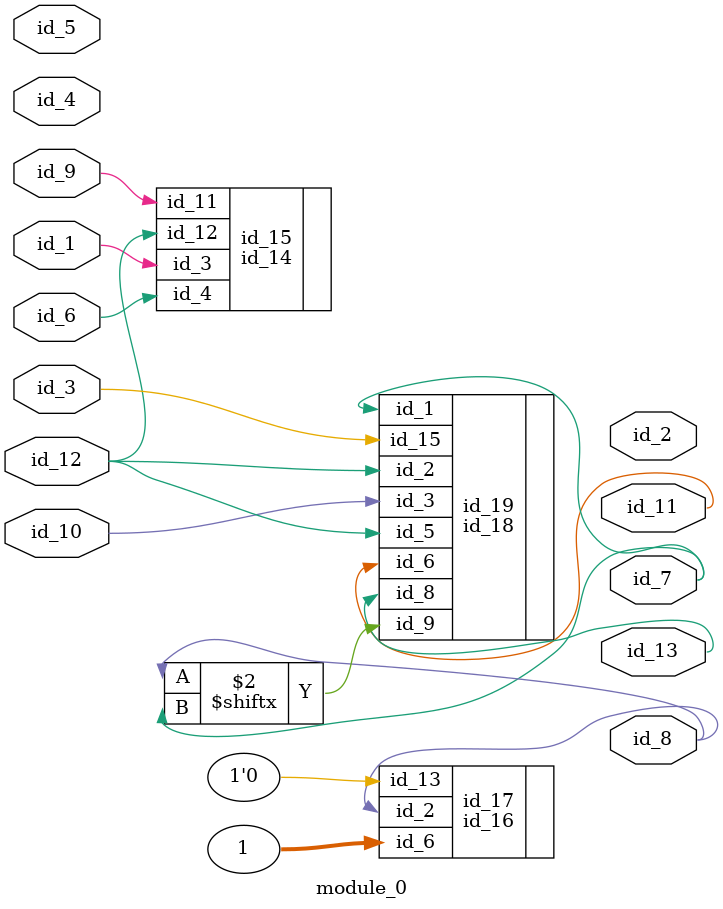
<source format=v>
module module_0 (
    id_1,
    id_2,
    id_3,
    id_4,
    id_5,
    id_6,
    id_7,
    id_8,
    id_9,
    id_10,
    id_11,
    id_12,
    id_13
);
  output id_13;
  input id_12;
  output id_11;
  input id_10;
  input id_9;
  output id_8;
  output id_7;
  input id_6;
  input id_5;
  input id_4;
  input id_3;
  output id_2;
  input id_1;
  id_14 id_15 (
      .id_3 (id_1),
      .id_4 (id_6),
      .id_12(id_12),
      .id_11(id_9)
  );
  id_16 id_17 (
      .id_6 (1),
      .id_13(id_10),
      .id_13(1'b0),
      .id_2 (id_8)
  );
  id_18 id_19 (
      .id_1 (id_7),
      .id_6 (id_10),
      .id_15(id_3),
      .id_9 (id_17),
      .id_8 (id_13),
      .id_6 (id_11),
      .id_3 (id_11),
      .id_9 (id_8[id_7]),
      .id_2 (id_12),
      .id_5 (id_15),
      .id_3 (id_10),
      .id_5 (id_12)
  );
endmodule

</source>
